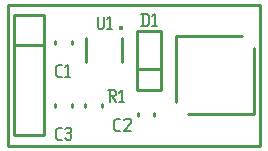
<source format=gbr>
G04 start of page 8 for group -4079 idx -4079 *
G04 Title: (unknown), topsilk *
G04 Creator: pcb 20110918 *
G04 CreationDate: Sun 25 Aug 2013 03:10:13 AM GMT UTC *
G04 For: railfan *
G04 Format: Gerber/RS-274X *
G04 PCB-Dimensions: 85000 48000 *
G04 PCB-Coordinate-Origin: lower left *
%MOIN*%
%FSLAX25Y25*%
%LNTOPSILK*%
%ADD44C,0.0080*%
%ADD43C,0.0100*%
%ADD42C,0.0001*%
G54D42*G36*
X37500Y40500D02*X39000D01*
Y39000D01*
X37500D01*
Y40500D01*
G37*
G54D43*X500Y47500D02*X84500D01*
Y500D01*
X500D01*
Y47500D01*
X82500Y33000D02*Y11000D01*
X60500D02*X82500D01*
X56500Y37000D02*Y15000D01*
Y37000D02*X78500D01*
X49255Y11393D02*Y10607D01*
X43745Y11393D02*Y10607D01*
X2500Y44000D02*Y4000D01*
X12500D01*
Y44000D01*
X2500D01*
Y34000D02*X12500D01*
Y44000D01*
X38398Y36437D02*Y28563D01*
X26586Y36437D02*Y28563D01*
X21755Y35393D02*Y34607D01*
X16245Y35393D02*Y34607D01*
X26245Y14393D02*Y13607D01*
X31755Y14393D02*Y13607D01*
X16245Y14393D02*Y13607D01*
X21755Y14393D02*Y13607D01*
X51500Y38900D02*Y19200D01*
X43500Y38900D02*Y19200D01*
X51500D01*
X43500Y38900D02*X51500D01*
X43500Y26000D02*X51500D01*
G54D44*X34000Y19000D02*X36000D01*
X36500Y18500D01*
Y17500D01*
X36000Y17000D02*X36500Y17500D01*
X34500Y17000D02*X36000D01*
X34500Y19000D02*Y15000D01*
X35300Y17000D02*X36500Y15000D01*
X37700Y18200D02*X38500Y19000D01*
Y15000D01*
X37700D02*X39200D01*
X17200Y2500D02*X18500D01*
X16500Y3200D02*X17200Y2500D01*
X16500Y5800D02*Y3200D01*
Y5800D02*X17200Y6500D01*
X18500D01*
X19700Y6000D02*X20200Y6500D01*
X21200D01*
X21700Y6000D01*
X21200Y2500D02*X21700Y3000D01*
X20200Y2500D02*X21200D01*
X19700Y3000D02*X20200Y2500D01*
Y4700D02*X21200D01*
X21700Y6000D02*Y5200D01*
Y4200D02*Y3000D01*
Y4200D02*X21200Y4700D01*
X21700Y5200D02*X21200Y4700D01*
X36700Y5500D02*X38000D01*
X36000Y6200D02*X36700Y5500D01*
X36000Y8800D02*Y6200D01*
Y8800D02*X36700Y9500D01*
X38000D01*
X39200Y9000D02*X39700Y9500D01*
X41200D01*
X41700Y9000D01*
Y8000D01*
X39200Y5500D02*X41700Y8000D01*
X39200Y5500D02*X41700D01*
X30500Y43500D02*Y40000D01*
X31000Y39500D01*
X32000D01*
X32500Y40000D01*
Y43500D02*Y40000D01*
X33700Y42700D02*X34500Y43500D01*
Y39500D01*
X33700D02*X35200D01*
X17200Y23500D02*X18500D01*
X16500Y24200D02*X17200Y23500D01*
X16500Y26800D02*Y24200D01*
Y26800D02*X17200Y27500D01*
X18500D01*
X19700Y26700D02*X20500Y27500D01*
Y23500D01*
X19700D02*X21200D01*
X45500Y44500D02*Y40500D01*
X46800Y44500D02*X47500Y43800D01*
Y41200D01*
X46800Y40500D02*X47500Y41200D01*
X45000Y40500D02*X46800D01*
X45000Y44500D02*X46800D01*
X48700Y43700D02*X49500Y44500D01*
Y40500D01*
X48700D02*X50200D01*
M02*

</source>
